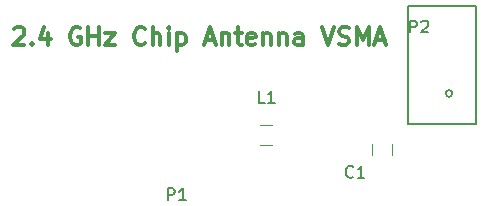
<source format=gbr>
G04 #@! TF.FileFunction,Legend,Top*
%FSLAX46Y46*%
G04 Gerber Fmt 4.6, Leading zero omitted, Abs format (unit mm)*
G04 Created by KiCad (PCBNEW 4.0.5) date 05/07/17 17:18:14*
%MOMM*%
%LPD*%
G01*
G04 APERTURE LIST*
%ADD10C,0.100000*%
%ADD11C,0.300000*%
%ADD12C,0.150000*%
%ADD13C,0.120000*%
G04 APERTURE END LIST*
D10*
D11*
X80739829Y-102166029D02*
X80811258Y-102094600D01*
X80954115Y-102023171D01*
X81311258Y-102023171D01*
X81454115Y-102094600D01*
X81525544Y-102166029D01*
X81596972Y-102308886D01*
X81596972Y-102451743D01*
X81525544Y-102666029D01*
X80668401Y-103523171D01*
X81596972Y-103523171D01*
X82239829Y-103380314D02*
X82311257Y-103451743D01*
X82239829Y-103523171D01*
X82168400Y-103451743D01*
X82239829Y-103380314D01*
X82239829Y-103523171D01*
X83596972Y-102523171D02*
X83596972Y-103523171D01*
X83239829Y-101951743D02*
X82882686Y-103023171D01*
X83811258Y-103023171D01*
X86311257Y-102094600D02*
X86168400Y-102023171D01*
X85954114Y-102023171D01*
X85739829Y-102094600D01*
X85596971Y-102237457D01*
X85525543Y-102380314D01*
X85454114Y-102666029D01*
X85454114Y-102880314D01*
X85525543Y-103166029D01*
X85596971Y-103308886D01*
X85739829Y-103451743D01*
X85954114Y-103523171D01*
X86096971Y-103523171D01*
X86311257Y-103451743D01*
X86382686Y-103380314D01*
X86382686Y-102880314D01*
X86096971Y-102880314D01*
X87025543Y-103523171D02*
X87025543Y-102023171D01*
X87025543Y-102737457D02*
X87882686Y-102737457D01*
X87882686Y-103523171D02*
X87882686Y-102023171D01*
X88454115Y-102523171D02*
X89239829Y-102523171D01*
X88454115Y-103523171D01*
X89239829Y-103523171D01*
X91811258Y-103380314D02*
X91739829Y-103451743D01*
X91525543Y-103523171D01*
X91382686Y-103523171D01*
X91168401Y-103451743D01*
X91025543Y-103308886D01*
X90954115Y-103166029D01*
X90882686Y-102880314D01*
X90882686Y-102666029D01*
X90954115Y-102380314D01*
X91025543Y-102237457D01*
X91168401Y-102094600D01*
X91382686Y-102023171D01*
X91525543Y-102023171D01*
X91739829Y-102094600D01*
X91811258Y-102166029D01*
X92454115Y-103523171D02*
X92454115Y-102023171D01*
X93096972Y-103523171D02*
X93096972Y-102737457D01*
X93025543Y-102594600D01*
X92882686Y-102523171D01*
X92668401Y-102523171D01*
X92525543Y-102594600D01*
X92454115Y-102666029D01*
X93811258Y-103523171D02*
X93811258Y-102523171D01*
X93811258Y-102023171D02*
X93739829Y-102094600D01*
X93811258Y-102166029D01*
X93882686Y-102094600D01*
X93811258Y-102023171D01*
X93811258Y-102166029D01*
X94525544Y-102523171D02*
X94525544Y-104023171D01*
X94525544Y-102594600D02*
X94668401Y-102523171D01*
X94954115Y-102523171D01*
X95096972Y-102594600D01*
X95168401Y-102666029D01*
X95239830Y-102808886D01*
X95239830Y-103237457D01*
X95168401Y-103380314D01*
X95096972Y-103451743D01*
X94954115Y-103523171D01*
X94668401Y-103523171D01*
X94525544Y-103451743D01*
X96954115Y-103094600D02*
X97668401Y-103094600D01*
X96811258Y-103523171D02*
X97311258Y-102023171D01*
X97811258Y-103523171D01*
X98311258Y-102523171D02*
X98311258Y-103523171D01*
X98311258Y-102666029D02*
X98382686Y-102594600D01*
X98525544Y-102523171D01*
X98739829Y-102523171D01*
X98882686Y-102594600D01*
X98954115Y-102737457D01*
X98954115Y-103523171D01*
X99454115Y-102523171D02*
X100025544Y-102523171D01*
X99668401Y-102023171D02*
X99668401Y-103308886D01*
X99739829Y-103451743D01*
X99882687Y-103523171D01*
X100025544Y-103523171D01*
X101096972Y-103451743D02*
X100954115Y-103523171D01*
X100668401Y-103523171D01*
X100525544Y-103451743D01*
X100454115Y-103308886D01*
X100454115Y-102737457D01*
X100525544Y-102594600D01*
X100668401Y-102523171D01*
X100954115Y-102523171D01*
X101096972Y-102594600D01*
X101168401Y-102737457D01*
X101168401Y-102880314D01*
X100454115Y-103023171D01*
X101811258Y-102523171D02*
X101811258Y-103523171D01*
X101811258Y-102666029D02*
X101882686Y-102594600D01*
X102025544Y-102523171D01*
X102239829Y-102523171D01*
X102382686Y-102594600D01*
X102454115Y-102737457D01*
X102454115Y-103523171D01*
X103168401Y-102523171D02*
X103168401Y-103523171D01*
X103168401Y-102666029D02*
X103239829Y-102594600D01*
X103382687Y-102523171D01*
X103596972Y-102523171D01*
X103739829Y-102594600D01*
X103811258Y-102737457D01*
X103811258Y-103523171D01*
X105168401Y-103523171D02*
X105168401Y-102737457D01*
X105096972Y-102594600D01*
X104954115Y-102523171D01*
X104668401Y-102523171D01*
X104525544Y-102594600D01*
X105168401Y-103451743D02*
X105025544Y-103523171D01*
X104668401Y-103523171D01*
X104525544Y-103451743D01*
X104454115Y-103308886D01*
X104454115Y-103166029D01*
X104525544Y-103023171D01*
X104668401Y-102951743D01*
X105025544Y-102951743D01*
X105168401Y-102880314D01*
X106811258Y-102023171D02*
X107311258Y-103523171D01*
X107811258Y-102023171D01*
X108239829Y-103451743D02*
X108454115Y-103523171D01*
X108811258Y-103523171D01*
X108954115Y-103451743D01*
X109025544Y-103380314D01*
X109096972Y-103237457D01*
X109096972Y-103094600D01*
X109025544Y-102951743D01*
X108954115Y-102880314D01*
X108811258Y-102808886D01*
X108525544Y-102737457D01*
X108382686Y-102666029D01*
X108311258Y-102594600D01*
X108239829Y-102451743D01*
X108239829Y-102308886D01*
X108311258Y-102166029D01*
X108382686Y-102094600D01*
X108525544Y-102023171D01*
X108882686Y-102023171D01*
X109096972Y-102094600D01*
X109739829Y-103523171D02*
X109739829Y-102023171D01*
X110239829Y-103094600D01*
X110739829Y-102023171D01*
X110739829Y-103523171D01*
X111382686Y-103094600D02*
X112096972Y-103094600D01*
X111239829Y-103523171D02*
X111739829Y-102023171D01*
X112239829Y-103523171D01*
D12*
X117834043Y-107612000D02*
G75*
G03X117834043Y-107612000I-282843J0D01*
G01*
X119801200Y-110232000D02*
X114081200Y-110232000D01*
X119811200Y-100202000D02*
X114081200Y-100202000D01*
X114081200Y-100202000D02*
X114091200Y-100222000D01*
X114081200Y-100212000D02*
X114081200Y-110212000D01*
X119821200Y-100212000D02*
X119821200Y-110212000D01*
D13*
X112698900Y-112869600D02*
X112698900Y-111869600D01*
X110998900Y-111869600D02*
X110998900Y-112869600D01*
X101557200Y-111975000D02*
X102557200Y-111975000D01*
X102557200Y-110275000D02*
X101557200Y-110275000D01*
D12*
X114261905Y-102452381D02*
X114261905Y-101452381D01*
X114642858Y-101452381D01*
X114738096Y-101500000D01*
X114785715Y-101547619D01*
X114833334Y-101642857D01*
X114833334Y-101785714D01*
X114785715Y-101880952D01*
X114738096Y-101928571D01*
X114642858Y-101976190D01*
X114261905Y-101976190D01*
X115214286Y-101547619D02*
X115261905Y-101500000D01*
X115357143Y-101452381D01*
X115595239Y-101452381D01*
X115690477Y-101500000D01*
X115738096Y-101547619D01*
X115785715Y-101642857D01*
X115785715Y-101738095D01*
X115738096Y-101880952D01*
X115166667Y-102452381D01*
X115785715Y-102452381D01*
X93749905Y-116657381D02*
X93749905Y-115657381D01*
X94130858Y-115657381D01*
X94226096Y-115705000D01*
X94273715Y-115752619D01*
X94321334Y-115847857D01*
X94321334Y-115990714D01*
X94273715Y-116085952D01*
X94226096Y-116133571D01*
X94130858Y-116181190D01*
X93749905Y-116181190D01*
X95273715Y-116657381D02*
X94702286Y-116657381D01*
X94988000Y-116657381D02*
X94988000Y-115657381D01*
X94892762Y-115800238D01*
X94797524Y-115895476D01*
X94702286Y-115943095D01*
X109434334Y-114657143D02*
X109386715Y-114704762D01*
X109243858Y-114752381D01*
X109148620Y-114752381D01*
X109005762Y-114704762D01*
X108910524Y-114609524D01*
X108862905Y-114514286D01*
X108815286Y-114323810D01*
X108815286Y-114180952D01*
X108862905Y-113990476D01*
X108910524Y-113895238D01*
X109005762Y-113800000D01*
X109148620Y-113752381D01*
X109243858Y-113752381D01*
X109386715Y-113800000D01*
X109434334Y-113847619D01*
X110386715Y-114752381D02*
X109815286Y-114752381D01*
X110101000Y-114752381D02*
X110101000Y-113752381D01*
X110005762Y-113895238D01*
X109910524Y-113990476D01*
X109815286Y-114038095D01*
X101941334Y-108402381D02*
X101465143Y-108402381D01*
X101465143Y-107402381D01*
X102798477Y-108402381D02*
X102227048Y-108402381D01*
X102512762Y-108402381D02*
X102512762Y-107402381D01*
X102417524Y-107545238D01*
X102322286Y-107640476D01*
X102227048Y-107688095D01*
M02*

</source>
